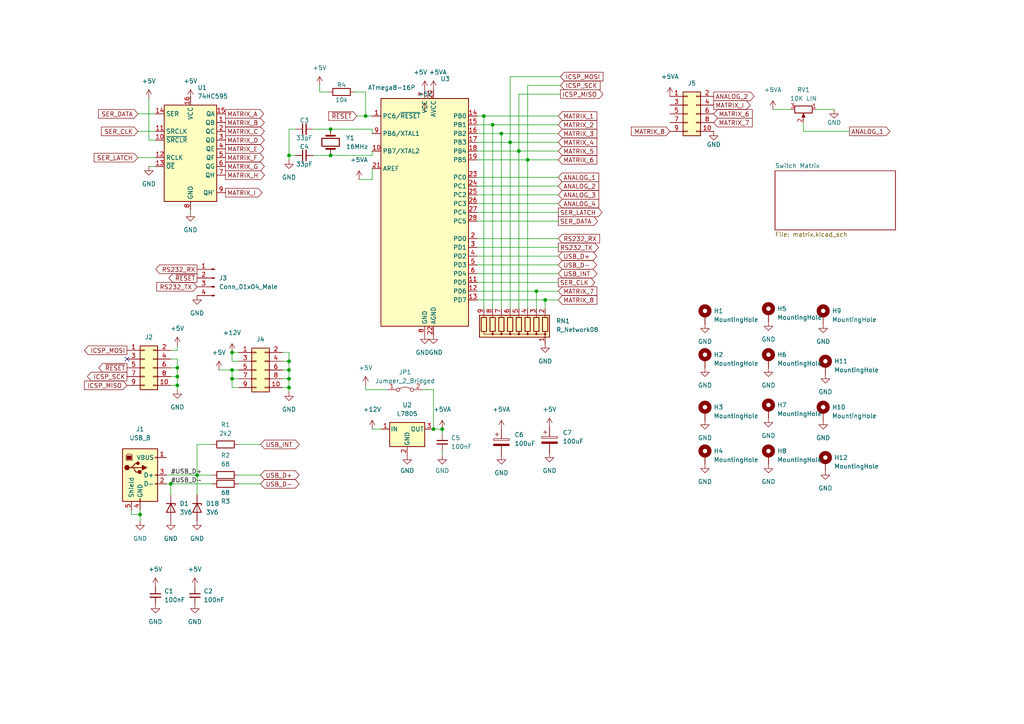
<source format=kicad_sch>
(kicad_sch (version 20230121) (generator eeschema)
  (paper "A4")
  (lib_symbols
    (symbol "74xx:74HC595"
      (property "Reference" "U" (at -7.62 13.97 0))
      (property "Value" "74HC595" (at -7.62 -16.51 0))
      (symbol "74HC595_1_0"
        (pin tri_state line (at 10.16 7.62 180) (length 2.54) (name "QB") (number "1"))
        (pin input line (at -10.16 2.54 0) (length 2.54) (name "~{SRCLR}") (number "10"))
        (pin input line (at -10.16 5.08 0) (length 2.54) (name "SRCLK") (number "11"))
        (pin input line (at -10.16 -2.54 0) (length 2.54) (name "RCLK") (number "12"))
        (pin input line (at -10.16 -5.08 0) (length 2.54) (name "~{OE}") (number "13"))
        (pin input line (at -10.16 10.16 0) (length 2.54) (name "SER") (number "14"))
        (pin tri_state line (at 10.16 10.16 180) (length 2.54) (name "QA") (number "15"))
        (pin power_in line (at 0 15.24 270) (length 2.54) (name "VCC") (number "16"))
        (pin tri_state line (at 10.16 5.08 180) (length 2.54) (name "QC") (number "2"))
        (pin tri_state line (at 10.16 2.54 180) (length 2.54) (name "QD") (number "3"))
        (pin tri_state line (at 10.16 0 180) (length 2.54) (name "QE") (number "4"))
        (pin tri_state line (at 10.16 -2.54 180) (length 2.54) (name "QF") (number "5"))
        (pin tri_state line (at 10.16 -5.08 180) (length 2.54) (name "QG") (number "6"))
        (pin tri_state line (at 10.16 -7.62 180) (length 2.54) (name "QH") (number "7"))
        (pin power_in line (at 0 -17.78 90) (length 2.54) (name "GND") (number "8"))
        (pin output line (at 10.16 -12.7 180) (length 2.54) (name "QH'") (number "9"))
      )
      (symbol "74HC595_1_1"
        (rectangle (start -7.62 12.7) (end 7.62 -15.24) (stroke (width 0.254)) (fill (type background)))
      )
    )
    (symbol "Connector:Conn_01x04_Male" (pin_names (offset 1.016) hide)
      (property "Reference" "J" (at 0 5.08 0))
      (property "Value" "Conn_01x04_Male" (at 0 -7.62 0))
      (symbol "Conn_01x04_Male_1_1"
        (polyline (pts (xy 1.27 -5.08) (xy 0.8636 -5.08)) (stroke (width 0.1524)))
        (polyline (pts (xy 1.27 -2.54) (xy 0.8636 -2.54)) (stroke (width 0.1524)))
        (polyline (pts (xy 1.27 0) (xy 0.8636 0)) (stroke (width 0.1524)))
        (polyline (pts (xy 1.27 2.54) (xy 0.8636 2.54)) (stroke (width 0.1524)))
        (rectangle (start 0.8636 -4.953) (end 0 -5.207) (stroke (width 0.1524)) (fill (type outline)))
        (rectangle (start 0.8636 -2.413) (end 0 -2.667) (stroke (width 0.1524)) (fill (type outline)))
        (rectangle (start 0.8636 0.127) (end 0 -0.127) (stroke (width 0.1524)) (fill (type outline)))
        (rectangle (start 0.8636 2.667) (end 0 2.413) (stroke (width 0.1524)) (fill (type outline)))
        (pin passive line (at 5.08 2.54 180) (length 3.81) (name "Pin_1") (number "1"))
        (pin passive line (at 5.08 0 180) (length 3.81) (name "Pin_2") (number "2"))
        (pin passive line (at 5.08 -2.54 180) (length 3.81) (name "Pin_3") (number "3"))
        (pin passive line (at 5.08 -5.08 180) (length 3.81) (name "Pin_4") (number "4"))
      )
    )
    (symbol "Connector:USB_B" (pin_names (offset 1.016))
      (property "Reference" "J" (at -5.08 11.43 0))
      (property "Value" "USB_B" (at -5.08 8.89 0))
      (symbol "USB_B_0_1"
        (rectangle (start -5.08 -7.62) (end 5.08 7.62) (stroke (width 0.254)) (fill (type background)))
        (circle (center -3.81 2.159) (radius 0.635) (stroke (width 0.254)) (fill (type outline)))
        (rectangle (start -3.81 5.588) (end -2.54 4.572) (fill (type outline)))
        (circle (center -0.635 3.429) (radius 0.381) (stroke (width 0.254)) (fill (type outline)))
        (rectangle (start -0.127 -7.62) (end 0.127 -6.858))
        (polyline (pts (xy -1.905 2.159) (xy 0.635 2.159)) (stroke (width 0.254)))
        (polyline (pts (xy -3.175 2.159) (xy -2.54 2.159) (xy -1.27 3.429) (xy -0.635 3.429)) (stroke (width 0.254)))
        (polyline (pts (xy -2.54 2.159) (xy -1.905 2.159) (xy -1.27 0.889) (xy 0 0.889)) (stroke (width 0.254)))
        (polyline (pts (xy 0.635 2.794) (xy 0.635 1.524) (xy 1.905 2.159) (xy 0.635 2.794)) (stroke (width 0.254)) (fill (type outline)))
        (polyline (pts (xy -4.064 4.318) (xy -2.286 4.318) (xy -2.286 5.715) (xy -2.667 6.096) (xy -3.683 6.096) (xy -4.064 5.715) (xy -4.064 4.318)))
        (rectangle (start 0.254 1.27) (end -0.508 0.508) (stroke (width 0.254)) (fill (type outline)))
        (rectangle (start 5.08 -2.667) (end 4.318 -2.413))
        (rectangle (start 5.08 -0.127) (end 4.318 0.127))
        (rectangle (start 5.08 4.953) (end 4.318 5.207))
      )
      (symbol "USB_B_1_1"
        (pin power_out line (at 7.62 5.08 180) (length 2.54) (name "VBUS") (number "1"))
        (pin bidirectional line (at 7.62 -2.54 180) (length 2.54) (name "D-") (number "2"))
        (pin bidirectional line (at 7.62 0 180) (length 2.54) (name "D+") (number "3"))
        (pin power_out line (at 0 -10.16 90) (length 2.54) (name "GND") (number "4"))
        (pin passive line (at -2.54 -10.16 90) (length 2.54) (name "Shield") (number "5"))
      )
    )
    (symbol "Connector_Generic:Conn_02x05_Odd_Even" (pin_names (offset 1.016) hide)
      (property "Reference" "J" (at 1.27 7.62 0))
      (property "Value" "Conn_02x05_Odd_Even" (at 1.27 -7.62 0))
      (symbol "Conn_02x05_Odd_Even_1_1"
        (rectangle (start -1.27 -4.953) (end 0 -5.207) (stroke (width 0.1524)))
        (rectangle (start -1.27 -2.413) (end 0 -2.667) (stroke (width 0.1524)))
        (rectangle (start -1.27 0.127) (end 0 -0.127) (stroke (width 0.1524)))
        (rectangle (start -1.27 2.667) (end 0 2.413) (stroke (width 0.1524)))
        (rectangle (start -1.27 5.207) (end 0 4.953) (stroke (width 0.1524)))
        (rectangle (start -1.27 6.35) (end 3.81 -6.35) (stroke (width 0.254)) (fill (type background)))
        (rectangle (start 3.81 -4.953) (end 2.54 -5.207) (stroke (width 0.1524)))
        (rectangle (start 3.81 -2.413) (end 2.54 -2.667) (stroke (width 0.1524)))
        (rectangle (start 3.81 0.127) (end 2.54 -0.127) (stroke (width 0.1524)))
        (rectangle (start 3.81 2.667) (end 2.54 2.413) (stroke (width 0.1524)))
        (rectangle (start 3.81 5.207) (end 2.54 4.953) (stroke (width 0.1524)))
        (pin passive line (at -5.08 5.08 0) (length 3.81) (name "Pin_1") (number "1"))
        (pin passive line (at 7.62 -5.08 180) (length 3.81) (name "Pin_10") (number "10"))
        (pin passive line (at 7.62 5.08 180) (length 3.81) (name "Pin_2") (number "2"))
        (pin passive line (at -5.08 2.54 0) (length 3.81) (name "Pin_3") (number "3"))
        (pin passive line (at 7.62 2.54 180) (length 3.81) (name "Pin_4") (number "4"))
        (pin passive line (at -5.08 0 0) (length 3.81) (name "Pin_5") (number "5"))
        (pin passive line (at 7.62 0 180) (length 3.81) (name "Pin_6") (number "6"))
        (pin passive line (at -5.08 -2.54 0) (length 3.81) (name "Pin_7") (number "7"))
        (pin passive line (at 7.62 -2.54 180) (length 3.81) (name "Pin_8") (number "8"))
        (pin passive line (at -5.08 -5.08 0) (length 3.81) (name "Pin_9") (number "9"))
      )
    )
    (symbol "Device:C_Polarized" (pin_numbers hide) (pin_names (offset 0.254))
      (property "Reference" "C" (at 0.635 2.54 0))
      (property "Value" "C_Polarized" (at 0.635 -2.54 0))
      (symbol "C_Polarized_0_1"
        (rectangle (start -2.286 0.508) (end 2.286 1.016))
        (polyline (pts (xy -1.778 2.286) (xy -0.762 2.286)))
        (polyline (pts (xy -1.27 2.794) (xy -1.27 1.778)))
        (rectangle (start 2.286 -0.508) (end -2.286 -1.016) (fill (type outline)))
      )
      (symbol "C_Polarized_1_1"
        (pin passive line (at 0 3.81 270) (length 2.794) (name "~") (number "1"))
        (pin passive line (at 0 -3.81 90) (length 2.794) (name "~") (number "2"))
      )
    )
    (symbol "Device:C_Small" (pin_numbers hide) (pin_names (offset 0.254) hide)
      (property "Reference" "C" (at 0.254 1.778 0))
      (property "Value" "C_Small" (at 0.254 -2.032 0))
      (symbol "C_Small_0_1"
        (polyline (pts (xy -1.524 -0.508) (xy 1.524 -0.508)) (stroke (width 0.3302)))
        (polyline (pts (xy -1.524 0.508) (xy 1.524 0.508)) (stroke (width 0.3048)))
      )
      (symbol "C_Small_1_1"
        (pin passive line (at 0 2.54 270) (length 2.032) (name "~") (number "1"))
        (pin passive line (at 0 -2.54 90) (length 2.032) (name "~") (number "2"))
      )
    )
    (symbol "Device:Crystal" (pin_numbers hide) (pin_names (offset 1.016) hide)
      (property "Reference" "Y" (at 0 3.81 0))
      (property "Value" "Crystal" (at 0 -3.81 0))
      (symbol "Crystal_0_1"
        (rectangle (start -1.143 2.54) (end 1.143 -2.54) (stroke (width 0.3048)))
        (polyline (pts (xy -2.54 0) (xy -1.905 0)))
        (polyline (pts (xy -1.905 -1.27) (xy -1.905 1.27)) (stroke (width 0.508)))
        (polyline (pts (xy 1.905 -1.27) (xy 1.905 1.27)) (stroke (width 0.508)))
        (polyline (pts (xy 2.54 0) (xy 1.905 0)))
      )
      (symbol "Crystal_1_1"
        (pin passive line (at -3.81 0 0) (length 1.27) (name "1") (number "1"))
        (pin passive line (at 3.81 0 180) (length 1.27) (name "2") (number "2"))
      )
    )
    (symbol "Device:D_Zener" (pin_numbers hide) (pin_names (offset 1.016) hide)
      (property "Reference" "D" (at 0 2.54 0))
      (property "Value" "D_Zener" (at 0 -2.54 0))
      (symbol "D_Zener_0_1"
        (polyline (pts (xy 1.27 0) (xy -1.27 0)))
        (polyline (pts (xy -1.27 -1.27) (xy -1.27 1.27) (xy -0.762 1.27)) (stroke (width 0.254)))
        (polyline (pts (xy 1.27 -1.27) (xy 1.27 1.27) (xy -1.27 0) (xy 1.27 -1.27)) (stroke (width 0.254)))
      )
      (symbol "D_Zener_1_1"
        (pin passive line (at -3.81 0 0) (length 2.54) (name "K") (number "1"))
        (pin passive line (at 3.81 0 180) (length 2.54) (name "A") (number "2"))
      )
    )
    (symbol "Device:R" (pin_numbers hide) (pin_names (offset 0))
      (property "Reference" "R" (at 2.032 0 90))
      (property "Value" "R" (at 0 0 90))
      (symbol "R_0_1"
        (rectangle (start -1.016 -2.54) (end 1.016 2.54) (stroke (width 0.254)))
      )
      (symbol "R_1_1"
        (pin passive line (at 0 3.81 270) (length 1.27) (name "~") (number "1"))
        (pin passive line (at 0 -3.81 90) (length 1.27) (name "~") (number "2"))
      )
    )
    (symbol "Device:R_Network08" (pin_names (offset 0) hide)
      (property "Reference" "RN" (at -12.7 0 90))
      (property "Value" "R_Network08" (at 10.16 0 90))
      (symbol "R_Network08_0_1"
        (rectangle (start -11.43 -3.175) (end 8.89 3.175) (stroke (width 0.254)) (fill (type background)))
        (rectangle (start -10.922 1.524) (end -9.398 -2.54) (stroke (width 0.254)))
        (circle (center -10.16 2.286) (radius 0.254) (fill (type outline)))
        (rectangle (start -8.382 1.524) (end -6.858 -2.54) (stroke (width 0.254)))
        (circle (center -7.62 2.286) (radius 0.254) (fill (type outline)))
        (rectangle (start -5.842 1.524) (end -4.318 -2.54) (stroke (width 0.254)))
        (circle (center -5.08 2.286) (radius 0.254) (fill (type outline)))
        (rectangle (start -3.302 1.524) (end -1.778 -2.54) (stroke (width 0.254)))
        (circle (center -2.54 2.286) (radius 0.254) (fill (type outline)))
        (rectangle (start -0.762 1.524) (end 0.762 -2.54) (stroke (width 0.254)))
        (polyline (pts (xy -10.16 -2.54) (xy -10.16 -3.81)))
        (polyline (pts (xy -7.62 -2.54) (xy -7.62 -3.81)))
        (polyline (pts (xy -5.08 -2.54) (xy -5.08 -3.81)))
        (polyline (pts (xy -2.54 -2.54) (xy -2.54 -3.81)))
        (polyline (pts (xy 0 -2.54) (xy 0 -3.81)))
        (polyline (pts (xy 2.54 -2.54) (xy 2.54 -3.81)))
        (polyline (pts (xy 5.08 -2.54) (xy 5.08 -3.81)))
        (polyline (pts (xy 7.62 -2.54) (xy 7.62 -3.81)))
        (polyline (pts (xy -10.16 1.524) (xy -10.16 2.286) (xy -7.62 2.286) (xy -7.62 1.524)))
        (polyline (pts (xy -7.62 1.524) (xy -7.62 2.286) (xy -5.08 2.286) (xy -5.08 1.524)))
        (polyline (pts (xy -5.08 1.524) (xy -5.08 2.286) (xy -2.54 2.286) (xy -2.54 1.524)))
        (polyline (pts (xy -2.54 1.524) (xy -2.54 2.286) (xy 0 2.286) (xy 0 1.524)))
        (polyline (pts (xy 0 1.524) (xy 0 2.286) (xy 2.54 2.286) (xy 2.54 1.524)))
        (polyline (pts (xy 2.54 1.524) (xy 2.54 2.286) (xy 5.08 2.286) (xy 5.08 1.524)))
        (polyline (pts (xy 5.08 1.524) (xy 5.08 2.286) (xy 7.62 2.286) (xy 7.62 1.524)))
        (circle (center 0 2.286) (radius 0.254) (fill (type outline)))
        (rectangle (start 1.778 1.524) (end 3.302 -2.54) (stroke (width 0.254)))
        (circle (center 2.54 2.286) (radius 0.254) (fill (type outline)))
        (rectangle (start 4.318 1.524) (end 5.842 -2.54) (stroke (width 0.254)))
        (circle (center 5.08 2.286) (radius 0.254) (fill (type outline)))
        (rectangle (start 6.858 1.524) (end 8.382 -2.54) (stroke (width 0.254)))
      )
      (symbol "R_Network08_1_1"
        (pin passive line (at -10.16 5.08 270) (length 2.54) (name "common") (number "1"))
        (pin passive line (at -10.16 -5.08 90) (length 1.27) (name "R1") (number "2"))
        (pin passive line (at -7.62 -5.08 90) (length 1.27) (name "R2") (number "3"))
        (pin passive line (at -5.08 -5.08 90) (length 1.27) (name "R3") (number "4"))
        (pin passive line (at -2.54 -5.08 90) (length 1.27) (name "R4") (number "5"))
        (pin passive line (at 0 -5.08 90) (length 1.27) (name "R5") (number "6"))
        (pin passive line (at 2.54 -5.08 90) (length 1.27) (name "R6") (number "7"))
        (pin passive line (at 5.08 -5.08 90) (length 1.27) (name "R7") (number "8"))
        (pin passive line (at 7.62 -5.08 90) (length 1.27) (name "R8") (number "9"))
      )
    )
    (symbol "Device:R_Potentiometer" (pin_names (offset 1.016) hide)
      (property "Reference" "RV" (at -4.445 0 90))
      (property "Value" "R_Potentiometer" (at -2.54 0 90))
      (symbol "R_Potentiometer_0_1"
        (polyline (pts (xy 2.54 0) (xy 1.524 0)))
        (polyline (pts (xy 1.143 0) (xy 2.286 0.508) (xy 2.286 -0.508) (xy 1.143 0)) (fill (type outline)))
        (rectangle (start 1.016 2.54) (end -1.016 -2.54) (stroke (width 0.254)))
      )
      (symbol "R_Potentiometer_1_1"
        (pin passive line (at 0 3.81 270) (length 1.27) (name "1") (number "1"))
        (pin passive line (at 3.81 0 180) (length 1.27) (name "2") (number "2"))
        (pin passive line (at 0 -3.81 90) (length 1.27) (name "3") (number "3"))
      )
    )
    (symbol "Jumper:Jumper_2_Bridged" (pin_names (offset 0) hide)
      (property "Reference" "JP" (at 0 1.905 0))
      (property "Value" "Jumper_2_Bridged" (at 0 -2.54 0))
      (symbol "Jumper_2_Bridged_0_0"
        (circle (center -2.032 0) (radius 0.508))
        (circle (center 2.032 0) (radius 0.508))
      )
      (symbol "Jumper_2_Bridged_0_1"
        (arc (start 1.524 0.254) (mid 0 0.762) (end -1.524 0.254))
      )
      (symbol "Jumper_2_Bridged_1_1"
        (pin passive line (at -5.08 0 0) (length 2.54) (name "A") (number "1"))
        (pin passive line (at 5.08 0 180) (length 2.54) (name "B") (number "2"))
      )
    )
    (symbol "MCU_Microchip_ATmega:ATmega8-16P"
      (property "Reference" "U" (at -12.7 34.29 0))
      (property "Value" "ATmega8-16P" (at 5.08 -34.29 0))
      (symbol "ATmega8-16P_0_1"
        (rectangle (start -12.7 -33.02) (end 12.7 33.02) (stroke (width 0.254)) (fill (type background)))
      )
      (symbol "ATmega8-16P_1_1"
        (pin bidirectional line (at -15.24 27.94 0) (length 2.54) (name "PC6/~{RESET}") (number "1"))
        (pin bidirectional line (at -15.24 17.78 0) (length 2.54) (name "PB7/XTAL2") (number "10"))
        (pin bidirectional line (at 15.24 -20.32 180) (length 2.54) (name "PD5") (number "11"))
        (pin bidirectional line (at 15.24 -22.86 180) (length 2.54) (name "PD6") (number "12"))
        (pin bidirectional line (at 15.24 -25.4 180) (length 2.54) (name "PD7") (number "13"))
        (pin bidirectional line (at 15.24 27.94 180) (length 2.54) (name "PB0") (number "14"))
        (pin bidirectional line (at 15.24 25.4 180) (length 2.54) (name "PB1") (number "15"))
        (pin bidirectional line (at 15.24 22.86 180) (length 2.54) (name "PB2") (number "16"))
        (pin bidirectional line (at 15.24 20.32 180) (length 2.54) (name "PB3") (number "17"))
        (pin bidirectional line (at 15.24 17.78 180) (length 2.54) (name "PB4") (number "18"))
        (pin bidirectional line (at 15.24 15.24 180) (length 2.54) (name "PB5") (number "19"))
        (pin bidirectional line (at 15.24 -7.62 180) (length 2.54) (name "PD0") (number "2"))
        (pin power_in line (at 2.54 35.56 270) (length 2.54) (name "AVCC") (number "20"))
        (pin passive line (at -15.24 12.7 0) (length 2.54) (name "AREF") (number "21"))
        (pin power_in line (at 2.54 -35.56 90) (length 2.54) (name "AGND") (number "22"))
        (pin bidirectional line (at 15.24 10.16 180) (length 2.54) (name "PC0") (number "23"))
        (pin bidirectional line (at 15.24 7.62 180) (length 2.54) (name "PC1") (number "24"))
        (pin bidirectional line (at 15.24 5.08 180) (length 2.54) (name "PC2") (number "25"))
        (pin bidirectional line (at 15.24 2.54 180) (length 2.54) (name "PC3") (number "26"))
        (pin bidirectional line (at 15.24 0 180) (length 2.54) (name "PC4") (number "27"))
        (pin bidirectional line (at 15.24 -2.54 180) (length 2.54) (name "PC5") (number "28"))
        (pin bidirectional line (at 15.24 -10.16 180) (length 2.54) (name "PD1") (number "3"))
        (pin bidirectional line (at 15.24 -12.7 180) (length 2.54) (name "PD2") (number "4"))
        (pin bidirectional line (at 15.24 -15.24 180) (length 2.54) (name "PD3") (number "5"))
        (pin bidirectional line (at 15.24 -17.78 180) (length 2.54) (name "PD4") (number "6"))
        (pin power_in line (at 0 35.56 270) (length 2.54) (name "VCC") (number "7"))
        (pin power_in line (at 0 -35.56 90) (length 2.54) (name "GND") (number "8"))
        (pin bidirectional line (at -15.24 22.86 0) (length 2.54) (name "PB6/XTAL1") (number "9"))
      )
    )
    (symbol "Mechanical:MountingHole_Pad" (pin_numbers hide) (pin_names (offset 1.016) hide)
      (property "Reference" "H" (at 0 6.35 0))
      (property "Value" "MountingHole_Pad" (at 0 4.445 0))
      (symbol "MountingHole_Pad_0_1"
        (circle (center 0 1.27) (radius 1.27) (stroke (width 1.27)))
      )
      (symbol "MountingHole_Pad_1_1"
        (pin input line (at 0 -2.54 90) (length 2.54) (name "1") (number "1"))
      )
    )
    (symbol "Regulator_Linear:L7805" (pin_names (offset 0.254))
      (property "Reference" "U" (at -3.81 3.175 0))
      (property "Value" "L7805" (at 0 3.175 0))
      (symbol "L7805_0_1"
        (rectangle (start -5.08 1.905) (end 5.08 -5.08) (stroke (width 0.254)) (fill (type background)))
      )
      (symbol "L7805_1_1"
        (pin power_in line (at -7.62 0 0) (length 2.54) (name "IN") (number "1"))
        (pin power_in line (at 0 -7.62 90) (length 2.54) (name "GND") (number "2"))
        (pin power_out line (at 7.62 0 180) (length 2.54) (name "OUT") (number "3"))
      )
    )
    (symbol "power:+12V" (power) (pin_names (offset 0))
      (property "Value" "+12V" (at 0 3.556 0))
      (symbol "+12V_0_1"
        (polyline (pts (xy -0.762 1.27) (xy 0 2.54)))
        (polyline (pts (xy 0 0) (xy 0 2.54)))
        (polyline (pts (xy 0 2.54) (xy 0.762 1.27)))
      )
      (symbol "+12V_1_1"
        (pin power_in line (at 0 0 90) (length 0) hide (name "+12V") (number "1"))
      )
    )
    (symbol "power:+5V" (power) (pin_names (offset 0))
      (property "Value" "+5V" (at 0 3.556 0))
      (symbol "+5V_0_1"
        (polyline (pts (xy -0.762 1.27) (xy 0 2.54)))
        (polyline (pts (xy 0 0) (xy 0 2.54)))
        (polyline (pts (xy 0 2.54) (xy 0.762 1.27)))
      )
      (symbol "+5V_1_1"
        (pin power_in line (at 0 0 90) (length 0) hide (name "+5V") (number "1"))
      )
    )
    (symbol "power:+5VA" (power) (pin_names (offset 0))
      (property "Value" "+5VA" (at 0 3.556 0))
      (symbol "+5VA_0_1"
        (polyline (pts (xy -0.762 1.27) (xy 0 2.54)))
        (polyline (pts (xy 0 0) (xy 0 2.54)))
        (polyline (pts (xy 0 2.54) (xy 0.762 1.27)))
      )
      (symbol "+5VA_1_1"
        (pin power_in line (at 0 0 90) (length 0) hide (name "+5VA") (number "1"))
      )
    )
    (symbol "power:GND" (power) (pin_names (offset 0))
      (property "Value" "GND" (at 0 -3.81 0))
      (symbol "GND_0_1"
        (polyline (pts (xy 0 0) (xy 0 -1.27) (xy 1.27 -1.27) (xy 0 -2.54) (xy -1.27 -1.27) (xy 0 -1.27)))
      )
      (symbol "GND_1_1"
        (pin power_in line (at 0 0 270) (length 0) hide (name "GND") (number "1"))
      )
    )
  )
  (junction (at 125.73 124.46))
  (junction (at 51.435 111.76))
  (junction (at 155.575 84.455))
  (junction (at 83.82 104.775))
  (junction (at 40.64 149.225))
  (junction (at 140.335 33.655))
  (junction (at 150.495 43.815))
  (junction (at 67.31 109.855))
  (junction (at 128.27 124.46))
  (junction (at 57.15 137.795))
  (junction (at 83.82 109.855))
  (junction (at 83.82 112.395))
  (junction (at 67.31 102.235))
  (junction (at 106.045 33.655))
  (junction (at 95.885 37.465))
  (junction (at 147.955 41.275))
  (junction (at 153.035 46.355))
  (junction (at 67.31 107.315))
  (junction (at 142.875 36.195))
  (junction (at 95.885 45.085))
  (junction (at 158.115 86.995))
  (junction (at 83.82 107.315))
  (junction (at 51.435 106.68))
  (junction (at 145.415 38.735))
  (junction (at 49.53 140.335))
  (junction (at 83.82 45.085))
  (junction (at 51.435 109.22))
  (no_connect (at 36.83 104.14))
  (wire (pts (xy 153.035 46.355) (xy 153.035 89.535)))
  (wire (pts (xy 43.18 40.64) (xy 45.085 40.64)))
  (wire (pts (xy 90.805 45.085) (xy 95.885 45.085)))
  (wire (pts (xy 107.95 45.085) (xy 107.95 43.815)))
  (wire (pts (xy 122.555 113.03) (xy 125.73 113.03)))
  (wire (pts (xy 153.035 24.765) (xy 162.56 24.765)))
  (wire (pts (xy 161.925 53.975) (xy 138.43 53.975)))
  (wire (pts (xy 63.5 107.315) (xy 67.31 107.315)))
  (wire (pts (xy 49.53 140.335) (xy 49.53 143.51)))
  (wire (pts (xy 49.53 140.335) (xy 48.26 140.335)))
  (wire (pts (xy 40.005 33.02) (xy 45.085 33.02)))
  (wire (pts (xy 155.575 84.455) (xy 138.43 84.455)))
  (wire (pts (xy 224.155 31.75) (xy 229.235 31.75)))
  (wire (pts (xy 125.73 113.03) (xy 125.73 124.46)))
  (wire (pts (xy 67.31 109.855) (xy 67.31 112.395)))
  (wire (pts (xy 107.95 37.465) (xy 107.95 38.735)))
  (wire (pts (xy 49.53 101.6) (xy 51.435 101.6)))
  (wire (pts (xy 83.82 37.465) (xy 85.725 37.465)))
  (wire (pts (xy 150.495 43.815) (xy 150.495 27.305)))
  (wire (pts (xy 103.505 33.655) (xy 106.045 33.655)))
  (wire (pts (xy 81.915 109.855) (xy 83.82 109.855)))
  (wire (pts (xy 49.53 106.68) (xy 51.435 106.68)))
  (wire (pts (xy 95.885 37.465) (xy 107.95 37.465)))
  (wire (pts (xy 67.31 104.775) (xy 69.215 104.775)))
  (wire (pts (xy 67.31 109.855) (xy 69.215 109.855)))
  (wire (pts (xy 150.495 27.305) (xy 162.56 27.305)))
  (wire (pts (xy 75.565 137.795) (xy 69.215 137.795)))
  (wire (pts (xy 128.27 125.73) (xy 128.27 124.46)))
  (wire (pts (xy 161.925 43.815) (xy 150.495 43.815)))
  (wire (pts (xy 246.38 38.1) (xy 233.045 38.1)))
  (wire (pts (xy 107.95 52.07) (xy 107.95 48.895)))
  (wire (pts (xy 57.15 128.905) (xy 61.595 128.905)))
  (wire (pts (xy 75.565 140.335) (xy 69.215 140.335)))
  (wire (pts (xy 51.435 109.22) (xy 51.435 111.76)))
  (wire (pts (xy 81.915 112.395) (xy 83.82 112.395)))
  (wire (pts (xy 145.415 38.735) (xy 138.43 38.735)))
  (wire (pts (xy 153.035 46.355) (xy 138.43 46.355)))
  (wire (pts (xy 40.64 149.225) (xy 40.64 147.955)))
  (wire (pts (xy 150.495 43.815) (xy 138.43 43.815)))
  (wire (pts (xy 233.045 38.1) (xy 233.045 35.56)))
  (wire (pts (xy 241.935 31.75) (xy 236.855 31.75)))
  (wire (pts (xy 83.82 45.085) (xy 85.725 45.085)))
  (wire (pts (xy 51.435 101.6) (xy 51.435 100.33)))
  (wire (pts (xy 69.215 102.235) (xy 67.31 102.235)))
  (wire (pts (xy 61.595 137.795) (xy 57.15 137.795)))
  (wire (pts (xy 161.925 51.435) (xy 138.43 51.435)))
  (wire (pts (xy 67.31 107.315) (xy 67.31 109.855)))
  (wire (pts (xy 83.82 104.775) (xy 83.82 107.315)))
  (wire (pts (xy 83.82 102.235) (xy 83.82 104.775)))
  (wire (pts (xy 95.885 45.085) (xy 107.95 45.085)))
  (wire (pts (xy 142.875 36.195) (xy 138.43 36.195)))
  (wire (pts (xy 40.64 149.225) (xy 38.1 149.225)))
  (wire (pts (xy 107.95 124.46) (xy 110.49 124.46)))
  (wire (pts (xy 128.27 124.46) (xy 125.73 124.46)))
  (wire (pts (xy 145.415 38.735) (xy 145.415 89.535)))
  (wire (pts (xy 40.005 38.1) (xy 45.085 38.1)))
  (wire (pts (xy 138.43 56.515) (xy 161.925 56.515)))
  (wire (pts (xy 83.82 46.355) (xy 83.82 45.085)))
  (wire (pts (xy 155.575 84.455) (xy 155.575 89.535)))
  (wire (pts (xy 81.915 102.235) (xy 83.82 102.235)))
  (wire (pts (xy 49.53 111.76) (xy 51.435 111.76)))
  (wire (pts (xy 142.875 36.195) (xy 142.875 89.535)))
  (wire (pts (xy 161.925 86.995) (xy 158.115 86.995)))
  (wire (pts (xy 104.14 52.07) (xy 107.95 52.07)))
  (wire (pts (xy 83.82 112.395) (xy 83.82 113.665)))
  (wire (pts (xy 161.925 81.915) (xy 138.43 81.915)))
  (wire (pts (xy 106.045 33.655) (xy 107.95 33.655)))
  (wire (pts (xy 57.15 137.795) (xy 48.26 137.795)))
  (wire (pts (xy 95.25 26.67) (xy 92.71 26.67)))
  (wire (pts (xy 51.435 106.68) (xy 51.435 109.22)))
  (wire (pts (xy 112.395 113.03) (xy 106.045 113.03)))
  (wire (pts (xy 161.925 36.195) (xy 142.875 36.195)))
  (wire (pts (xy 92.71 24.765) (xy 92.71 26.67)))
  (wire (pts (xy 147.955 41.275) (xy 138.43 41.275)))
  (wire (pts (xy 57.15 137.795) (xy 57.15 143.51)))
  (wire (pts (xy 138.43 76.835) (xy 161.925 76.835)))
  (wire (pts (xy 147.955 41.275) (xy 147.955 89.535)))
  (wire (pts (xy 138.43 69.215) (xy 161.925 69.215)))
  (wire (pts (xy 128.27 132.08) (xy 128.27 130.81)))
  (wire (pts (xy 102.87 26.67) (xy 106.045 26.67)))
  (wire (pts (xy 161.925 64.135) (xy 138.43 64.135)))
  (wire (pts (xy 106.045 113.03) (xy 106.045 111.76)))
  (wire (pts (xy 161.925 46.355) (xy 153.035 46.355)))
  (wire (pts (xy 153.035 46.355) (xy 153.035 24.765)))
  (wire (pts (xy 161.925 71.755) (xy 138.43 71.755)))
  (wire (pts (xy 55.245 60.96) (xy 55.245 61.595)))
  (wire (pts (xy 140.335 33.655) (xy 138.43 33.655)))
  (wire (pts (xy 67.31 107.315) (xy 69.215 107.315)))
  (wire (pts (xy 147.955 22.225) (xy 162.56 22.225)))
  (wire (pts (xy 106.045 26.67) (xy 106.045 33.655)))
  (wire (pts (xy 49.53 109.22) (xy 51.435 109.22)))
  (wire (pts (xy 161.925 38.735) (xy 145.415 38.735)))
  (wire (pts (xy 49.53 104.14) (xy 51.435 104.14)))
  (wire (pts (xy 158.115 86.995) (xy 138.43 86.995)))
  (wire (pts (xy 57.15 137.795) (xy 57.15 128.905)))
  (wire (pts (xy 150.495 43.815) (xy 150.495 89.535)))
  (wire (pts (xy 40.64 151.13) (xy 40.64 149.225)))
  (wire (pts (xy 147.955 41.275) (xy 147.955 22.225)))
  (wire (pts (xy 83.82 45.085) (xy 83.82 37.465)))
  (wire (pts (xy 161.925 84.455) (xy 155.575 84.455)))
  (wire (pts (xy 51.435 104.14) (xy 51.435 106.68)))
  (wire (pts (xy 81.915 104.775) (xy 83.82 104.775)))
  (wire (pts (xy 161.925 41.275) (xy 147.955 41.275)))
  (wire (pts (xy 38.1 149.225) (xy 38.1 147.955)))
  (wire (pts (xy 51.435 111.76) (xy 51.435 113.03)))
  (wire (pts (xy 67.31 102.235) (xy 67.31 104.775)))
  (wire (pts (xy 43.18 28.575) (xy 43.18 40.64)))
  (wire (pts (xy 55.245 27.94) (xy 55.245 28.575)))
  (wire (pts (xy 140.335 33.655) (xy 140.335 89.535)))
  (wire (pts (xy 40.005 45.72) (xy 45.085 45.72)))
  (wire (pts (xy 161.925 61.595) (xy 138.43 61.595)))
  (wire (pts (xy 161.925 33.655) (xy 140.335 33.655)))
  (wire (pts (xy 61.595 140.335) (xy 49.53 140.335)))
  (wire (pts (xy 83.82 109.855) (xy 83.82 112.395)))
  (wire (pts (xy 69.215 128.905) (xy 75.565 128.905)))
  (wire (pts (xy 83.82 107.315) (xy 83.82 109.855)))
  (wire (pts (xy 158.115 86.995) (xy 158.115 89.535)))
  (wire (pts (xy 81.915 107.315) (xy 83.82 107.315)))
  (wire (pts (xy 43.18 48.26) (xy 45.085 48.26)))
  (wire (pts (xy 138.43 79.375) (xy 161.925 79.375)))
  (wire (pts (xy 138.43 74.295) (xy 161.925 74.295)))
  (wire (pts (xy 90.805 37.465) (xy 95.885 37.465)))
  (wire (pts (xy 67.31 112.395) (xy 69.215 112.395)))
  (wire (pts (xy 161.925 59.055) (xy 138.43 59.055)))
  (label "#USB_D-" (at 49.53 140.335 0))
  (label "#USB_D+" (at 49.53 137.795 0))
  (global_label "ICSP_MOSI" (shape input) (at 162.56 22.225 0) (property "Intersheetrefs" "${INTERSHEET_REFS}" (effects hide)))
  (global_label "RS232_TX" (shape output) (at 161.925 71.755 0) (property "Intersheetrefs" "${INTERSHEET_REFS}" (effects hide)))
  (global_label "RS232_RX" (shape input) (at 161.925 69.215 0) (property "Intersheetrefs" "${INTERSHEET_REFS}" (effects hide)))
  (global_label "USB_D+" (shape bidirectional) (at 75.565 137.795 0) (property "Intersheetrefs" "${INTERSHEET_REFS}" (effects hide)))
  (global_label "SER_CLK" (shape output) (at 161.925 81.915 0) (property "Intersheetrefs" "${INTERSHEET_REFS}" (effects hide)))
  (global_label "MATRIX_I" (shape output) (at 65.405 55.88 0) (property "Intersheetrefs" "${INTERSHEET_REFS}" (effects hide)))
  (global_label "SER_DATA" (shape output) (at 161.925 64.135 0) (property "Intersheetrefs" "${INTERSHEET_REFS}" (effects hide)))
  (global_label "USB_D-" (shape bidirectional) (at 75.565 140.335 0) (property "Intersheetrefs" "${INTERSHEET_REFS}" (effects hide)))
  (global_label "ANALOG_2" (shape output) (at 207.01 27.94 0) (property "Intersheetrefs" "${INTERSHEET_REFS}" (effects hide)))
  (global_label "MATRIX_G" (shape output) (at 65.405 48.26 0) (property "Intersheetrefs" "${INTERSHEET_REFS}" (effects hide)))
  (global_label "MATRIX_1" (shape input) (at 161.925 33.655 0) (property "Intersheetrefs" "${INTERSHEET_REFS}" (effects hide)))
  (global_label "MATRIX_I" (shape output) (at 207.01 30.48 0) (property "Intersheetrefs" "${INTERSHEET_REFS}" (effects hide)))
  (global_label "MATRIX_5" (shape input) (at 161.925 43.815 0) (property "Intersheetrefs" "${INTERSHEET_REFS}" (effects hide)))
  (global_label "MATRIX_H" (shape output) (at 65.405 50.8 0) (property "Intersheetrefs" "${INTERSHEET_REFS}" (effects hide)))
  (global_label "MATRIX_6" (shape input) (at 207.01 33.02 0) (property "Intersheetrefs" "${INTERSHEET_REFS}" (effects hide)))
  (global_label "ICSP_MOSI" (shape output) (at 36.83 101.6 180) (property "Intersheetrefs" "${INTERSHEET_REFS}" (effects hide)))
  (global_label "ANALOG_1" (shape input) (at 161.925 51.435 0) (property "Intersheetrefs" "${INTERSHEET_REFS}" (effects hide)))
  (global_label "MATRIX_6" (shape input) (at 161.925 46.355 0) (property "Intersheetrefs" "${INTERSHEET_REFS}" (effects hide)))
  (global_label "MATRIX_4" (shape input) (at 161.925 41.275 0) (property "Intersheetrefs" "${INTERSHEET_REFS}" (effects hide)))
  (global_label "MATRIX_7" (shape input) (at 161.925 84.455 0) (property "Intersheetrefs" "${INTERSHEET_REFS}" (effects hide)))
  (global_label "RS232_TX" (shape input) (at 57.15 83.185 180) (property "Intersheetrefs" "${INTERSHEET_REFS}" (effects hide)))
  (global_label "MATRIX_E" (shape output) (at 65.405 43.18 0) (property "Intersheetrefs" "${INTERSHEET_REFS}" (effects hide)))
  (global_label "USB_INT" (shape bidirectional) (at 161.925 79.375 0) (property "Intersheetrefs" "${INTERSHEET_REFS}" (effects hide)))
  (global_label "~{RESET}" (shape input) (at 103.505 33.655 180) (property "Intersheetrefs" "${INTERSHEET_REFS}" (effects hide)))
  (global_label "MATRIX_B" (shape output) (at 65.405 35.56 0) (property "Intersheetrefs" "${INTERSHEET_REFS}" (effects hide)))
  (global_label "SER_DATA" (shape input) (at 40.005 33.02 180) (property "Intersheetrefs" "${INTERSHEET_REFS}" (effects hide)))
  (global_label "~{RESET}" (shape output) (at 57.15 80.645 180) (property "Intersheetrefs" "${INTERSHEET_REFS}" (effects hide)))
  (global_label "USB_D+" (shape bidirectional) (at 161.925 74.295 0) (property "Intersheetrefs" "${INTERSHEET_REFS}" (effects hide)))
  (global_label "ICSP_MISO" (shape output) (at 162.56 27.305 0) (property "Intersheetrefs" "${INTERSHEET_REFS}" (effects hide)))
  (global_label "~{RESET}" (shape output) (at 36.83 106.68 180) (property "Intersheetrefs" "${INTERSHEET_REFS}" (effects hide)))
  (global_label "MATRIX_D" (shape output) (at 65.405 40.64 0) (property "Intersheetrefs" "${INTERSHEET_REFS}" (effects hide)))
  (global_label "MATRIX_8" (shape input) (at 161.925 86.995 0) (property "Intersheetrefs" "${INTERSHEET_REFS}" (effects hide)))
  (global_label "MATRIX_2" (shape input) (at 161.925 36.195 0) (property "Intersheetrefs" "${INTERSHEET_REFS}" (effects hide)))
  (global_label "MATRIX_7" (shape input) (at 207.01 35.56 0) (property "Intersheetrefs" "${INTERSHEET_REFS}" (effects hide)))
  (global_label "SER_LATCH" (shape output) (at 161.925 61.595 0) (property "Intersheetrefs" "${INTERSHEET_REFS}" (effects hide)))
  (global_label "ICSP_MISO" (shape input) (at 36.83 111.76 180) (property "Intersheetrefs" "${INTERSHEET_REFS}" (effects hide)))
  (global_label "ANALOG_3" (shape input) (at 161.925 56.515 0) (property "Intersheetrefs" "${INTERSHEET_REFS}" (effects hide)))
  (global_label "ANALOG_2" (shape input) (at 161.925 53.975 0) (property "Intersheetrefs" "${INTERSHEET_REFS}" (effects hide)))
  (global_label "MATRIX_3" (shape input) (at 161.925 38.735 0) (property "Intersheetrefs" "${INTERSHEET_REFS}" (effects hide)))
  (global_label "SER_CLK" (shape input) (at 40.005 38.1 180) (property "Intersheetrefs" "${INTERSHEET_REFS}" (effects hide)))
  (global_label "SER_LATCH" (shape input) (at 40.005 45.72 180) (property "Intersheetrefs" "${INTERSHEET_REFS}" (effects hide)))
  (global_label "MATRIX_A" (shape output) (at 65.405 33.02 0) (property "Intersheetrefs" "${INTERSHEET_REFS}" (effects hide)))
  (global_label "USB_INT" (shape bidirectional) (at 75.565 128.905 0) (property "Intersheetrefs" "${INTERSHEET_REFS}" (effects hide)))
  (global_label "ICSP_SCK" (shape input) (at 162.56 24.765 0) (property "Intersheetrefs" "${INTERSHEET_REFS}" (effects hide)))
  (global_label "ANALOG_4" (shape input) (at 161.925 59.055 0) (property "Intersheetrefs" "${INTERSHEET_REFS}" (effects hide)))
  (global_label "MATRIX_8" (shape input) (at 194.31 38.1 180) (property "Intersheetrefs" "${INTERSHEET_REFS}" (effects hide)))
  (global_label "ICSP_SCK" (shape output) (at 36.83 109.22 180) (property "Intersheetrefs" "${INTERSHEET_REFS}" (effects hide)))
  (global_label "USB_D-" (shape bidirectional) (at 161.925 76.835 0) (property "Intersheetrefs" "${INTERSHEET_REFS}" (effects hide)))
  (global_label "MATRIX_F" (shape output) (at 65.405 45.72 0) (property "Intersheetrefs" "${INTERSHEET_REFS}" (effects hide)))
  (global_label "ANALOG_1" (shape output) (at 246.38 38.1 0) (property "Intersheetrefs" "${INTERSHEET_REFS}" (effects hide)))
  (global_label "MATRIX_C" (shape output) (at 65.405 38.1 0) (property "Intersheetrefs" "${INTERSHEET_REFS}" (effects hide)))
  (global_label "RS232_RX" (shape output) (at 57.15 78.105 180) (property "Intersheetrefs" "${INTERSHEET_REFS}" (effects hide)))
  (symbol (lib_id "power:+5V") (at 51.435 100.33 0) (mirror y) (unit 1)
    (property "Reference" "#PWR07" (effects hide))
    (property "Value" "+5V" (at 51.435 95.25 0))
  )
  (symbol (lib_id "power:GND") (at 118.11 132.08 0) (unit 1)
    (property "Reference" "#PWR022" (effects hide))
    (property "Value" "GND" (at 118.11 136.525 0))
  )
  (symbol (lib_id "power:GND") (at 55.245 61.595 0) (mirror y) (unit 1)
    (property "Reference" "#PWR010" (effects hide))
    (property "Value" "GND" (at 55.245 66.675 0))
  )
  (symbol (lib_id "Device:C_Polarized") (at 145.415 128.27 0) (unit 1)
    (property "Reference" "C6" (at 149.225 126.1109 0) (effects (justify left)))
    (property "Value" "100uF" (at 149.225 128.6509 0) (effects (justify left)))
    (property "Footprint" "Capacitor_THT:CP_Radial_D8.0mm_P2.50mm" (effects hide))
  )
  (symbol (lib_id "power:+5V") (at 45.085 170.18 0) (unit 1)
    (property "Reference" "#PWR04" (effects hide))
    (property "Value" "+5V" (at 45.085 165.1 0))
  )
  (symbol (lib_id "power:+5VA") (at 104.14 52.07 0) (unit 1)
    (property "Reference" "#PWR020" (effects hide))
    (property "Value" "+5VA" (at 104.14 46.355 0))
  )
  (symbol (lib_id "power:GND") (at 238.76 121.92 0) (mirror y) (unit 1)
    (property "Reference" "#PWR045" (effects hide))
    (property "Value" "GND" (at 238.76 127 0))
  )
  (symbol (lib_id "Connector:Conn_01x04_Male") (at 62.23 80.645 0) (mirror y) (unit 1)
    (property "Reference" "J3" (at 63.5 80.6449 0) (effects (justify right)))
    (property "Value" "Conn_01x04_Male" (at 63.5 83.1849 0) (effects (justify right)))
    (property "Footprint" "Connector_JST:JST_EH_B4B-EH-A_1x04_P2.50mm_Vertical" (effects hide))
  )
  (symbol (lib_id "Mechanical:MountingHole_Pad") (at 222.885 104.14 0) (unit 1)
    (property "Reference" "H6" (at 225.425 102.8699 0) (effects (justify left)))
    (property "Value" "MountingHole" (at 225.425 105.4099 0) (effects (justify left)))
    (property "Footprint" "MountingHole:MountingHole_3.2mm_M3_DIN965_Pad" (effects hide))
  )
  (symbol (lib_id "power:GND") (at 56.515 175.26 0) (unit 1)
    (property "Reference" "#PWR012" (effects hide))
    (property "Value" "GND" (at 56.515 180.34 0))
  )
  (symbol (lib_id "power:GND") (at 222.885 121.285 0) (mirror y) (unit 1)
    (property "Reference" "#PWR041" (effects hide))
    (property "Value" "GND" (at 222.885 126.365 0))
  )
  (symbol (lib_id "Mechanical:MountingHole_Pad") (at 204.47 104.14 0) (unit 1)
    (property "Reference" "H2" (at 207.01 102.8699 0) (effects (justify left)))
    (property "Value" "MountingHole" (at 207.01 105.4099 0) (effects (justify left)))
    (property "Footprint" "MountingHole:MountingHole_3.2mm_M3_DIN965_Pad" (effects hide))
  )
  (symbol (lib_id "power:+5V") (at 123.19 32.385 0) (mirror y) (unit 1)
    (property "Reference" "#PWR024" (effects hide))
    (property "Value" "+5V" (at 123.19 27.305 0))
  )
  (symbol (lib_id "power:+5V") (at 106.045 111.76 0) (mirror y) (unit 1)
    (property "Reference" "#PWR043" (effects hide))
    (property "Value" "+5V" (at 106.045 106.68 0))
  )
  (symbol (lib_id "power:GND") (at 241.935 31.75 0) (unit 1)
    (property "Reference" "#PWR048" (effects hide))
    (property "Value" "GND" (at 241.935 35.56 0))
  )
  (symbol (lib_id "Mechanical:MountingHole_Pad") (at 239.395 133.985 0) (unit 1)
    (property "Reference" "H12" (at 241.935 132.7149 0) (effects (justify left)))
    (property "Value" "MountingHole" (at 241.935 135.2549 0) (effects (justify left)))
    (property "Footprint" "MountingHole:MountingHole_3.2mm_M3_DIN965_Pad" (effects hide))
  )
  (symbol (lib_id "power:GND") (at 222.885 106.68 0) (mirror y) (unit 1)
    (property "Reference" "#PWR040" (effects hide))
    (property "Value" "GND" (at 222.885 111.76 0))
  )
  (symbol (lib_id "power:+5VA") (at 224.155 31.75 0) (unit 1)
    (property "Reference" "#PWR0102" (effects hide))
    (property "Value" "+5VA" (at 224.155 26.035 0))
  )
  (symbol (lib_id "MCU_Microchip_ATmega:ATmega8-16P") (at 123.19 61.595 0) (unit 1)
    (property "Reference" "U3" (at 127.7494 22.86 0) (effects (justify left)))
    (property "Value" "ATmega8-16P" (at 106.68 25.4 0) (effects (justify left)))
    (property "Footprint" "Package_DIP:DIP-28_W7.62mm_LongPads" (effects hide))
    (property "Datasheet" "http://ww1.microchip.com/downloads/en/DeviceDoc/atmel-2486-8-bit-avr-microcontroller-atmega8_l_datasheet.pdf" (effects hide))
  )
  (symbol (lib_id "power:+12V") (at 107.95 124.46 0) (unit 1)
    (property "Reference" "#PWR021" (effects hide))
    (property "Value" "+12V" (at 107.95 118.745 0))
  )
  (symbol (lib_id "power:GND") (at 222.885 93.345 0) (mirror y) (unit 1)
    (property "Reference" "#PWR039" (effects hide))
    (property "Value" "GND" (at 222.885 98.425 0))
  )
  (symbol (lib_id "power:+12V") (at 67.31 102.235 0) (unit 1)
    (property "Reference" "#PWR016" (effects hide))
    (property "Value" "+12V" (at 67.31 96.52 0))
  )
  (symbol (lib_id "Device:Crystal") (at 95.885 41.275 90) (unit 1)
    (property "Reference" "Y1" (at 100.33 40.0049 90) (effects (justify right)))
    (property "Value" "16MHz" (at 100.33 42.5449 90) (effects (justify right)))
    (property "Footprint" "Crystal:Crystal_HC18-U_Vertical" (effects hide))
  )
  (symbol (lib_id "Device:C_Small") (at 56.515 172.72 0) (unit 1)
    (property "Reference" "C2" (at 59.055 171.4562 0) (effects (justify left)))
    (property "Value" "100nF" (at 59.055 173.9962 0) (effects (justify left)))
    (property "Footprint" "Capacitor_THT:C_Rect_L7.0mm_W2.0mm_P5.00mm" (effects hide))
  )
  (symbol (lib_id "Mechanical:MountingHole_Pad") (at 204.47 132.08 0) (unit 1)
    (property "Reference" "H4" (at 207.01 130.8099 0) (effects (justify left)))
    (property "Value" "MountingHole" (at 207.01 133.3499 0) (effects (justify left)))
    (property "Footprint" "MountingHole:MountingHole_3.2mm_M3_DIN965_Pad" (effects hide))
  )
  (symbol (lib_id "Device:R") (at 65.405 128.905 90) (unit 1)
    (property "Reference" "R1" (at 65.405 123.19 90))
    (property "Value" "2k2" (at 65.405 125.73 90))
    (property "Footprint" "Resistor_THT:R_Axial_DIN0207_L6.3mm_D2.5mm_P7.62mm_Horizontal" (effects hide))
  )
  (symbol (lib_id "power:GND") (at 40.64 151.13 0) (mirror y) (unit 1)
    (property "Reference" "#PWR01" (effects hide))
    (property "Value" "GND" (at 40.64 156.21 0))
  )
  (symbol (lib_id "Device:C_Small") (at 128.27 128.27 0) (unit 1)
    (property "Reference" "C5" (at 130.81 127.0062 0) (effects (justify left)))
    (property "Value" "100nF" (at 130.81 129.5462 0) (effects (justify left)))
    (property "Footprint" "Capacitor_THT:C_Rect_L7.0mm_W2.0mm_P5.00mm" (effects hide))
  )
  (symbol (lib_id "power:GND") (at 158.115 99.695 0) (mirror y) (unit 1)
    (property "Reference" "#PWR032" (effects hide))
    (property "Value" "GND" (at 158.115 104.775 0))
  )
  (symbol (lib_id "power:GND") (at 204.47 106.68 0) (mirror y) (unit 1)
    (property "Reference" "#PWR036" (effects hide))
    (property "Value" "GND" (at 204.47 111.76 0))
  )
  (symbol (lib_id "Connector_Generic:Conn_02x05_Odd_Even") (at 74.295 107.315 0) (unit 1)
    (property "Reference" "J4" (at 75.565 98.425 0))
    (property "Value" "Conn_02x05_Odd_Even" (effects hide))
    (property "Footprint" "Connector_IDC:IDC-Header_2x05_P2.54mm_Latch_Vertical" (effects hide))
  )
  (symbol (lib_id "power:GND") (at 128.27 132.08 0) (unit 1)
    (property "Reference" "#PWR029" (effects hide))
    (property "Value" "GND" (at 128.27 136.525 0))
  )
  (symbol (lib_id "Connector_Generic:Conn_02x05_Odd_Even") (at 199.39 33.02 0) (unit 1)
    (property "Reference" "J5" (at 200.66 24.13 0))
    (property "Value" "Conn_02x05_Odd_Even" (effects hide))
    (property "Footprint" "Connector_IDC:IDC-Header_2x05_P2.54mm_Latch_Vertical" (effects hide))
  )
  (symbol (lib_id "power:GND") (at 57.15 85.725 0) (mirror y) (unit 1)
    (property "Reference" "#PWR013" (effects hide))
    (property "Value" "GND" (at 57.15 90.805 0))
  )
  (symbol (lib_id "power:GND") (at 125.73 97.155 0) (mirror y) (unit 1)
    (property "Reference" "#PWR027" (effects hide))
    (property "Value" "GND" (at 126.365 102.235 0))
  )
  (symbol (lib_id "power:GND") (at 204.47 93.98 0) (mirror y) (unit 1)
    (property "Reference" "#PWR035" (effects hide))
    (property "Value" "GND" (at 204.47 99.06 0))
  )
  (symbol (lib_id "power:GND") (at 207.01 38.1 0) (unit 1)
    (property "Reference" "#PWR0103" (effects hide))
    (property "Value" "GND" (at 207.01 41.91 0))
  )
  (symbol (lib_id "Connector:USB_B") (at 40.64 137.795 0) (unit 1)
    (property "Reference" "J1" (at 40.64 124.46 0))
    (property "Value" "USB_B" (at 40.64 127 0))
    (property "Footprint" "Connector_USB:USB_B_Lumberg_2411_02_Horizontal" (effects hide))
    (property "Datasheet" " ~" (effects hide))
  )
  (symbol (lib_id "power:GND") (at 123.19 97.155 0) (mirror y) (unit 1)
    (property "Reference" "#PWR025" (effects hide))
    (property "Value" "GND" (at 122.555 102.235 0))
  )
  (symbol (lib_id "power:GND") (at 145.415 132.08 0) (unit 1)
    (property "Reference" "#PWR031" (effects hide))
    (property "Value" "GND" (at 145.415 137.16 0))
  )
  (symbol (lib_id "Device:R_Network08") (at 147.955 94.615 180) (unit 1)
    (property "Reference" "RN1" (at 161.29 93.0909 0) (effects (justify right)))
    (property "Value" "R_Network08" (at 161.29 95.6309 0) (effects (justify right)))
    (property "Footprint" "Resistor_THT:R_Array_SIP9" (effects hide))
    (property "Datasheet" "http://www.vishay.com/docs/31509/csc.pdf" (effects hide))
  )
  (symbol (lib_id "Device:C_Small") (at 88.265 45.085 90) (unit 1)
    (property "Reference" "C4" (at 88.265 42.545 90))
    (property "Value" "33pF" (at 88.265 47.625 90))
    (property "Footprint" "Capacitor_THT:C_Rect_L7.0mm_W2.0mm_P5.00mm" (effects hide))
  )
  (symbol (lib_id "Mechanical:MountingHole_Pad") (at 238.76 119.38 0) (unit 1)
    (property "Reference" "H10" (at 241.3 118.1099 0) (effects (justify left)))
    (property "Value" "MountingHole" (at 241.3 120.6499 0) (effects (justify left)))
    (property "Footprint" "MountingHole:MountingHole_3.2mm_M3_DIN965_Pad" (effects hide))
  )
  (symbol (lib_id "power:+5VA") (at 194.31 27.94 0) (unit 1)
    (property "Reference" "#PWR0101" (effects hide))
    (property "Value" "+5VA" (at 194.31 22.225 0))
  )
  (symbol (lib_id "power:GND") (at 45.085 175.26 0) (unit 1)
    (property "Reference" "#PWR05" (effects hide))
    (property "Value" "GND" (at 45.085 180.34 0))
  )
  (symbol (lib_id "power:GND") (at 159.385 131.445 0) (unit 1)
    (property "Reference" "#PWR034" (effects hide))
    (property "Value" "GND" (at 159.385 136.525 0))
  )
  (symbol (lib_id "power:+5VA") (at 125.73 26.035 0) (unit 1)
    (property "Reference" "#PWR026" (effects hide))
    (property "Value" "+5VA" (at 127 20.955 0))
  )
  (symbol (lib_id "power:GND") (at 57.15 151.13 0) (unit 1)
    (property "Reference" "#PWR014" (effects hide))
    (property "Value" "GND" (at 57.15 156.21 0))
  )
  (symbol (lib_id "Mechanical:MountingHole_Pad") (at 238.76 91.44 0) (unit 1)
    (property "Reference" "H9" (at 241.3 90.1699 0) (effects (justify left)))
    (property "Value" "MountingHole" (at 241.3 92.7099 0) (effects (justify left)))
    (property "Footprint" "MountingHole:MountingHole_3.2mm_M3_DIN965_Pad" (effects hide))
  )
  (symbol (lib_id "power:+5VA") (at 145.415 124.46 0) (unit 1)
    (property "Reference" "#PWR030" (effects hide))
    (property "Value" "+5VA" (at 145.415 118.745 0))
  )
  (symbol (lib_id "Mechanical:MountingHole_Pad") (at 204.47 91.44 0) (unit 1)
    (property "Reference" "H1" (at 207.01 90.1699 0) (effects (justify left)))
    (property "Value" "MountingHole" (at 207.01 92.7099 0) (effects (justify left)))
    (property "Footprint" "MountingHole:MountingHole_3.2mm_M3_DIN965_Pad" (effects hide))
  )
  (symbol (lib_id "Mechanical:MountingHole_Pad") (at 204.47 119.38 0) (unit 1)
    (property "Reference" "H3" (at 207.01 118.1099 0) (effects (justify left)))
    (property "Value" "MountingHole" (at 207.01 120.6499 0) (effects (justify left)))
    (property "Footprint" "MountingHole:MountingHole_3.2mm_M3_DIN965_Pad" (effects hide))
  )
  (symbol (lib_id "Mechanical:MountingHole_Pad") (at 222.885 90.805 0) (unit 1)
    (property "Reference" "H5" (at 225.425 89.5349 0) (effects (justify left)))
    (property "Value" "MountingHole" (at 225.425 92.0749 0) (effects (justify left)))
    (property "Footprint" "MountingHole:MountingHole_3.2mm_M3_DIN965_Pad" (effects hide))
  )
  (symbol (lib_id "power:GND") (at 49.53 151.13 0) (unit 1)
    (property "Reference" "#PWR06" (effects hide))
    (property "Value" "GND" (at 49.53 156.21 0))
  )
  (symbol (lib_id "Device:C_Small") (at 45.085 172.72 0) (unit 1)
    (property "Reference" "C1" (at 47.625 171.4562 0) (effects (justify left)))
    (property "Value" "100nF" (at 47.625 173.9962 0) (effects (justify left)))
    (property "Footprint" "Capacitor_THT:C_Rect_L7.0mm_W2.0mm_P5.00mm" (effects hide))
  )
  (symbol (lib_id "Device:R") (at 65.405 137.795 90) (unit 1)
    (property "Reference" "R2" (at 65.405 132.08 90))
    (property "Value" "68" (at 65.405 134.62 90))
    (property "Footprint" "Resistor_THT:R_Axial_DIN0207_L6.3mm_D2.5mm_P7.62mm_Horizontal" (effects hide))
  )
  (symbol (lib_id "power:GND") (at 238.76 93.98 0) (mirror y) (unit 1)
    (property "Reference" "#PWR044" (effects hide))
    (property "Value" "GND" (at 238.76 99.06 0))
  )
  (symbol (lib_id "Mechanical:MountingHole_Pad") (at 222.885 132.08 0) (unit 1)
    (property "Reference" "H8" (at 225.425 130.8099 0) (effects (justify left)))
    (property "Value" "MountingHole" (at 225.425 133.3499 0) (effects (justify left)))
    (property "Footprint" "MountingHole:MountingHole_3.2mm_M3_DIN965_Pad" (effects hide))
  )
  (symbol (lib_id "power:GND") (at 83.82 46.355 0) (mirror y) (unit 1)
    (property "Reference" "#PWR017" (effects hide))
    (property "Value" "GND" (at 83.82 51.435 0))
  )
  (symbol (lib_id "power:+5V") (at 43.18 28.575 0) (mirror y) (unit 1)
    (property "Reference" "#PWR02" (effects hide))
    (property "Value" "+5V" (at 43.18 23.495 0))
  )
  (symbol (lib_id "power:GND") (at 43.18 48.26 0) (mirror y) (unit 1)
    (property "Reference" "#PWR03" (effects hide))
    (property "Value" "GND" (at 43.18 53.34 0))
  )
  (symbol (lib_id "Device:R") (at 99.06 26.67 90) (unit 1)
    (property "Reference" "R4" (at 99.06 24.638 90))
    (property "Value" "10k" (at 99.06 28.956 90))
    (property "Footprint" "Resistor_THT:R_Axial_DIN0204_L3.6mm_D1.6mm_P2.54mm_Vertical" (effects hide))
  )
  (symbol (lib_id "power:+5V") (at 55.245 28.575 0) (mirror y) (unit 1)
    (property "Reference" "#PWR09" (effects hide))
    (property "Value" "+5V" (at 55.245 23.495 0))
  )
  (symbol (lib_id "Connector_Generic:Conn_02x05_Odd_Even") (at 41.91 106.68 0) (unit 1)
    (property "Reference" "J2" (at 43.18 97.79 0))
    (property "Value" "Conn_02x05_Odd_Even" (effects hide))
    (property "Footprint" "Connector_IDC:IDC-Header_2x05_P2.54mm_Vertical" (effects hide))
  )
  (symbol (lib_id "Jumper:Jumper_2_Bridged") (at 117.475 113.03 0) (unit 1)
    (property "Reference" "JP1" (at 117.475 107.95 0))
    (property "Value" "Jumper_2_Bridged" (at 117.475 110.49 0))
    (property "Footprint" "Jumper:SolderJumper-2_P1.3mm_Bridged_Pad1.0x1.5mm" (effects hide))
  )
  (symbol (lib_id "power:GND") (at 222.885 134.62 0) (mirror y) (unit 1)
    (property "Reference" "#PWR042" (effects hide))
    (property "Value" "GND" (at 222.885 139.7 0))
  )
  (symbol (lib_id "power:+5V") (at 63.5 107.315 0) (unit 1)
    (property "Reference" "#PWR015" (effects hide))
    (property "Value" "+5V" (at 63.5 102.235 0))
  )
  (symbol (lib_id "Device:R") (at 65.405 140.335 90) (unit 1)
    (property "Reference" "R3" (at 65.405 145.415 90))
    (property "Value" "68" (at 65.405 142.875 90))
    (property "Footprint" "Resistor_THT:R_Axial_DIN0207_L6.3mm_D2.5mm_P7.62mm_Horizontal" (effects hide))
  )
  (symbol (lib_id "power:GND") (at 204.47 134.62 0) (mirror y) (unit 1)
    (property "Reference" "#PWR038" (effects hide))
    (property "Value" "GND" (at 204.47 139.7 0))
  )
  (symbol (lib_id "Regulator_Linear:L7805") (at 118.11 124.46 0) (unit 1)
    (property "Reference" "U2" (at 118.11 117.475 0))
    (property "Value" "L7805" (at 118.11 120.015 0))
    (property "Footprint" "Package_TO_SOT_THT:TO-220-3_Horizontal_TabDown" (effects hide))
    (property "Datasheet" "http://www.st.com/content/ccc/resource/technical/document/datasheet/41/4f/b3/b0/12/d4/47/88/CD00000444.pdf/files/CD00000444.pdf/jcr:content/translations/en.CD00000444.pdf" (effects hide))
  )
  (symbol (lib_id "power:GND") (at 204.47 121.92 0) (mirror y) (unit 1)
    (property "Reference" "#PWR037" (effects hide))
    (property "Value" "GND" (at 204.47 127 0))
  )
  (symbol (lib_id "power:GND") (at 83.82 113.665 0) (mirror y) (unit 1)
    (property "Reference" "#PWR018" (effects hide))
    (property "Value" "GND" (at 83.82 118.745 0))
  )
  (symbol (lib_id "Device:C_Polarized") (at 159.385 127.635 0) (unit 1)
    (property "Reference" "C7" (at 163.195 125.4759 0) (effects (justify left)))
    (property "Value" "100uF" (at 163.195 128.0159 0) (effects (justify left)))
    (property "Footprint" "Capacitor_THT:CP_Radial_D8.0mm_P2.50mm" (effects hide))
  )
  (symbol (lib_id "Mechanical:MountingHole_Pad") (at 239.395 106.045 0) (unit 1)
    (property "Reference" "H11" (at 241.935 104.7749 0) (effects (justify left)))
    (property "Value" "MountingHole" (at 241.935 107.3149 0) (effects (justify left)))
    (property "Footprint" "MountingHole:MountingHole_3.2mm_M3_DIN965_Pad" (effects hide))
  )
  (symbol (lib_id "power:+5V") (at 123.19 26.035 0) (mirror y) (unit 1)
    (property "Reference" "#PWR023" (effects hide))
    (property "Value" "+5V" (at 121.92 20.955 0))
  )
  (symbol (lib_id "power:+5VA") (at 128.27 124.46 0) (unit 1)
    (property "Reference" "#PWR028" (effects hide))
    (property "Value" "+5VA" (at 128.27 118.745 0))
  )
  (symbol (lib_id "Device:R_Potentiometer") (at 233.045 31.75 270) (unit 1)
    (property "Reference" "RV1" (at 233.045 26.035 90))
    (property "Value" "10K LIN" (at 233.045 28.575 90))
    (property "Footprint" "w_conn_av:RS60N12-LIN10K" (effects hide))
  )
  (symbol (lib_id "Device:D_Zener") (at 49.53 147.32 270) (unit 1)
    (property "Reference" "D1" (at 52.07 146.0499 90) (effects (justify left)))
    (property "Value" "3V6" (at 52.07 148.5899 90) (effects (justify left)))
    (property "Footprint" "Diode_THT:D_DO-35_SOD27_P10.16mm_Horizontal" (effects hide))
  )
  (symbol (lib_id "power:+5V") (at 92.71 24.765 0) (mirror y) (unit 1)
    (property "Reference" "#PWR019" (effects hide))
    (property "Value" "+5V" (at 92.71 19.685 0))
  )
  (symbol (lib_id "74xx:74HC595") (at 55.245 43.18 0) (unit 1)
    (property "Reference" "U1" (at 57.2644 25.4 0) (effects (justify left)))
    (property "Value" "74HC595" (at 57.2644 27.94 0) (effects (justify left)))
    (property "Footprint" "Package_DIP:DIP-16_W7.62mm_Socket_LongPads" (effects hide))
    (property "Datasheet" "http://www.ti.com/lit/ds/symlink/sn74hc595.pdf" (effects hide))
  )
  (symbol (lib_id "power:GND") (at 51.435 113.03 0) (mirror y) (unit 1)
    (property "Reference" "#PWR08" (effects hide))
    (property "Value" "GND" (at 51.435 118.11 0))
  )
  (symbol (lib_id "power:+5V") (at 159.385 123.825 0) (mirror y) (unit 1)
    (property "Reference" "#PWR033" (effects hide))
    (property "Value" "+5V" (at 159.385 118.745 0))
  )
  (symbol (lib_id "Device:C_Small") (at 88.265 37.465 90) (unit 1)
    (property "Reference" "C3" (at 88.265 34.925 90))
    (property "Value" "33pF" (at 88.265 40.005 90))
    (property "Footprint" "Capacitor_THT:C_Rect_L7.0mm_W2.0mm_P5.00mm" (effects hide))
  )
  (symbol (lib_id "power:GND") (at 239.395 108.585 0) (mirror y) (unit 1)
    (property "Reference" "#PWR046" (effects hide))
    (property "Value" "GND" (at 239.395 113.665 0))
  )
  (symbol (lib_id "Mechanical:MountingHole_Pad") (at 222.885 118.745 0) (unit 1)
    (property "Reference" "H7" (at 225.425 117.4749 0) (effects (justify left)))
    (property "Value" "MountingHole" (at 225.425 120.0149 0) (effects (justify left)))
    (property "Footprint" "MountingHole:MountingHole_3.2mm_M3_DIN965_Pad" (effects hide))
  )
  (symbol (lib_id "power:GND") (at 239.395 136.525 0) (mirror y) (unit 1)
    (property "Reference" "#PWR047" (effects hide))
    (property "Value" "GND" (at 239.395 141.605 0))
  )
  (symbol (lib_id "Device:D_Zener") (at 57.15 147.32 270) (unit 1)
    (property "Reference" "D18" (at 59.69 146.0499 90) (effects (justify left)))
    (property "Value" "3V6" (at 59.69 148.5899 90) (effects (justify left)))
    (property "Footprint" "Diode_THT:D_DO-35_SOD27_P10.16mm_Horizontal" (effects hide))
  )
  (symbol (lib_id "power:+5V") (at 56.515 170.18 0) (unit 1)
    (property "Reference" "#PWR011" (effects hide))
    (property "Value" "+5V" (at 56.515 165.1 0))
  )
  (sheet (at 224.79 49.53) (size 34.925 17.145) (stroke (width 0.1524))
    (property "Sheetname" "Switch Matrix" (at 224.79 48.8184 0) (effects (justify left bottom)))
    (property "Sheetfile" "matrix.kicad_sch" (at 224.79 67.2596 0) (effects (justify left top)))
  )
)
</source>
